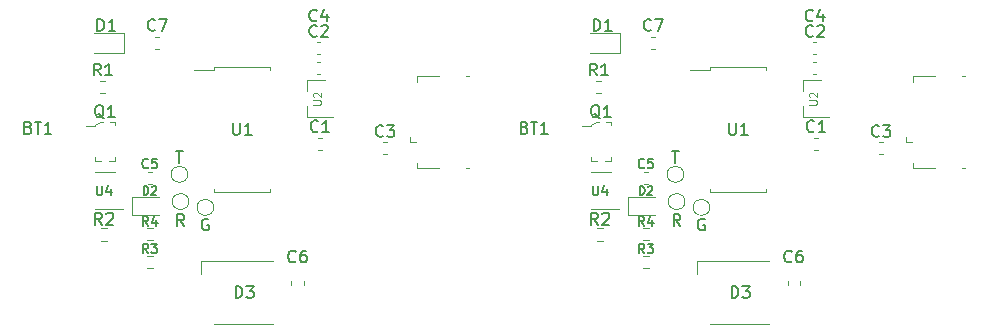
<source format=gbr>
%TF.GenerationSoftware,KiCad,Pcbnew,(5.1.8)-1*%
%TF.CreationDate,2020-11-25T19:34:47+08:00*%
%TF.ProjectId,The_Girls'Gift,5468655f-4769-4726-9c73-27476966742e,V0.8 Beta*%
%TF.SameCoordinates,Original*%
%TF.FileFunction,Legend,Top*%
%TF.FilePolarity,Positive*%
%FSLAX46Y46*%
G04 Gerber Fmt 4.6, Leading zero omitted, Abs format (unit mm)*
G04 Created by KiCad (PCBNEW (5.1.8)-1) date 2020-11-25 19:34:47*
%MOMM*%
%LPD*%
G01*
G04 APERTURE LIST*
%ADD10C,0.120000*%
%ADD11C,0.100000*%
%ADD12C,0.150000*%
%ADD13C,0.110000*%
G04 APERTURE END LIST*
D10*
%TO.C,C2*%
X213640580Y-75810000D02*
X213359420Y-75810000D01*
X213640580Y-74790000D02*
X213359420Y-74790000D01*
%TO.C,C3*%
X218959420Y-81590000D02*
X219240580Y-81590000D01*
X218959420Y-82610000D02*
X219240580Y-82610000D01*
%TO.C,C4*%
X213359420Y-73090000D02*
X213640580Y-73090000D01*
X213359420Y-74110000D02*
X213640580Y-74110000D01*
%TO.C,C5*%
X199059420Y-84090000D02*
X199340580Y-84090000D01*
X199059420Y-85110000D02*
X199340580Y-85110000D01*
%TO.C,C6*%
X212210000Y-93359420D02*
X212210000Y-93640580D01*
X211190000Y-93359420D02*
X211190000Y-93640580D01*
%TO.C,C1*%
X213459420Y-81190000D02*
X213740580Y-81190000D01*
X213459420Y-82210000D02*
X213740580Y-82210000D01*
%TO.C,C7*%
X199940580Y-73710000D02*
X199659420Y-73710000D01*
X199940580Y-72690000D02*
X199659420Y-72690000D01*
%TO.C,R1*%
X194962742Y-76377500D02*
X195437258Y-76377500D01*
X194962742Y-77422500D02*
X195437258Y-77422500D01*
%TO.C,R4*%
X198962742Y-91177500D02*
X199437258Y-91177500D01*
X198962742Y-92222500D02*
X199437258Y-92222500D01*
%TO.C,R3*%
X199437258Y-89882500D02*
X198962742Y-89882500D01*
X199437258Y-88837500D02*
X198962742Y-88837500D01*
%TO.C,D1*%
X197000000Y-74050000D02*
X194450000Y-74050000D01*
X197000000Y-72350000D02*
X194450000Y-72350000D01*
X197000000Y-74050000D02*
X197000000Y-72350000D01*
%TO.C,U2*%
X212540000Y-76320000D02*
X212540000Y-77250000D01*
X212540000Y-79480000D02*
X212540000Y-78550000D01*
X212540000Y-79480000D02*
X214700000Y-79480000D01*
X212540000Y-76320000D02*
X214000000Y-76320000D01*
%TO.C,D2*%
X200000000Y-86245000D02*
X197715000Y-86245000D01*
X197715000Y-86245000D02*
X197715000Y-87715000D01*
X197715000Y-87715000D02*
X200000000Y-87715000D01*
%TO.C,D3*%
X203500000Y-91600000D02*
X209600000Y-91600000D01*
X203500000Y-92700000D02*
X203500000Y-91600000D01*
X209600000Y-97000000D02*
X204600000Y-97000000D01*
D11*
%TO.C,Q1*%
X195225000Y-79850000D02*
X194950000Y-79850000D01*
X194950000Y-79850000D02*
X194575000Y-80125000D01*
X194575000Y-80125000D02*
X194575000Y-80175000D01*
X194575000Y-80175000D02*
X193800000Y-80175000D01*
X195050000Y-83150000D02*
X194575000Y-83150000D01*
X194575000Y-83150000D02*
X194575000Y-82800000D01*
X196225000Y-82925000D02*
X196225000Y-82800000D01*
X196225000Y-82850000D02*
X196225000Y-83150000D01*
X196225000Y-83150000D02*
X195775000Y-83150000D01*
X195850000Y-79850000D02*
X196225000Y-79850000D01*
X196225000Y-79850000D02*
X196225000Y-80150000D01*
D10*
%TO.C,R2*%
X195537258Y-89922500D02*
X195062742Y-89922500D01*
X195537258Y-88877500D02*
X195062742Y-88877500D01*
%TO.C,U1*%
X207000000Y-85760000D02*
X209385000Y-85760000D01*
X209385000Y-85760000D02*
X209385000Y-85505000D01*
X207000000Y-85760000D02*
X204615000Y-85760000D01*
X204615000Y-85760000D02*
X204615000Y-85505000D01*
X207000000Y-75240000D02*
X209385000Y-75240000D01*
X209385000Y-75240000D02*
X209385000Y-75495000D01*
X207000000Y-75240000D02*
X204615000Y-75240000D01*
X204615000Y-75240000D02*
X204615000Y-75495000D01*
X204615000Y-75495000D02*
X202950000Y-75495000D01*
%TO.C,U4*%
X196280000Y-84140000D02*
X194520000Y-84140000D01*
X194520000Y-87210000D02*
X196950000Y-87210000D01*
%TO.C,G*%
X204600000Y-87100000D02*
G75*
G03*
X204600000Y-87100000I-700000J0D01*
G01*
%TO.C,J1*%
X221250000Y-81600000D02*
X221700000Y-81600000D01*
X221250000Y-81600000D02*
X221250000Y-81150000D01*
X221800000Y-76000000D02*
X221800000Y-76450000D01*
X223650000Y-76000000D02*
X221800000Y-76000000D01*
X226200000Y-83800000D02*
X225950000Y-83800000D01*
X226200000Y-76000000D02*
X225950000Y-76000000D01*
X223650000Y-83800000D02*
X221800000Y-83800000D01*
X221800000Y-83800000D02*
X221800000Y-83350000D01*
%TO.C,T*%
X202400000Y-84300000D02*
G75*
G03*
X202400000Y-84300000I-700000J0D01*
G01*
%TO.C,R*%
X202500000Y-86600000D02*
G75*
G03*
X202500000Y-86600000I-700000J0D01*
G01*
%TO.C,T*%
X160400000Y-84300000D02*
G75*
G03*
X160400000Y-84300000I-700000J0D01*
G01*
%TO.C,G*%
X162600000Y-87100000D02*
G75*
G03*
X162600000Y-87100000I-700000J0D01*
G01*
%TO.C,R*%
X160500000Y-86600000D02*
G75*
G03*
X160500000Y-86600000I-700000J0D01*
G01*
%TO.C,J1*%
X179800000Y-83800000D02*
X179800000Y-83350000D01*
X181650000Y-83800000D02*
X179800000Y-83800000D01*
X184200000Y-76000000D02*
X183950000Y-76000000D01*
X184200000Y-83800000D02*
X183950000Y-83800000D01*
X181650000Y-76000000D02*
X179800000Y-76000000D01*
X179800000Y-76000000D02*
X179800000Y-76450000D01*
X179250000Y-81600000D02*
X179250000Y-81150000D01*
X179250000Y-81600000D02*
X179700000Y-81600000D01*
%TO.C,U2*%
X170540000Y-76320000D02*
X172000000Y-76320000D01*
X170540000Y-79480000D02*
X172700000Y-79480000D01*
X170540000Y-79480000D02*
X170540000Y-78550000D01*
X170540000Y-76320000D02*
X170540000Y-77250000D01*
%TO.C,D1*%
X155000000Y-74050000D02*
X155000000Y-72350000D01*
X155000000Y-72350000D02*
X152450000Y-72350000D01*
X155000000Y-74050000D02*
X152450000Y-74050000D01*
%TO.C,U4*%
X152520000Y-87210000D02*
X154950000Y-87210000D01*
X154280000Y-84140000D02*
X152520000Y-84140000D01*
%TO.C,U1*%
X162615000Y-75495000D02*
X160950000Y-75495000D01*
X162615000Y-75240000D02*
X162615000Y-75495000D01*
X165000000Y-75240000D02*
X162615000Y-75240000D01*
X167385000Y-75240000D02*
X167385000Y-75495000D01*
X165000000Y-75240000D02*
X167385000Y-75240000D01*
X162615000Y-85760000D02*
X162615000Y-85505000D01*
X165000000Y-85760000D02*
X162615000Y-85760000D01*
X167385000Y-85760000D02*
X167385000Y-85505000D01*
X165000000Y-85760000D02*
X167385000Y-85760000D01*
%TO.C,R4*%
X156962742Y-92222500D02*
X157437258Y-92222500D01*
X156962742Y-91177500D02*
X157437258Y-91177500D01*
%TO.C,R3*%
X157437258Y-88837500D02*
X156962742Y-88837500D01*
X157437258Y-89882500D02*
X156962742Y-89882500D01*
%TO.C,R2*%
X153537258Y-88877500D02*
X153062742Y-88877500D01*
X153537258Y-89922500D02*
X153062742Y-89922500D01*
%TO.C,R1*%
X152962742Y-77422500D02*
X153437258Y-77422500D01*
X152962742Y-76377500D02*
X153437258Y-76377500D01*
D11*
%TO.C,Q1*%
X154225000Y-79850000D02*
X154225000Y-80150000D01*
X153850000Y-79850000D02*
X154225000Y-79850000D01*
X154225000Y-83150000D02*
X153775000Y-83150000D01*
X154225000Y-82850000D02*
X154225000Y-83150000D01*
X154225000Y-82925000D02*
X154225000Y-82800000D01*
X152575000Y-83150000D02*
X152575000Y-82800000D01*
X153050000Y-83150000D02*
X152575000Y-83150000D01*
X152575000Y-80175000D02*
X151800000Y-80175000D01*
X152575000Y-80125000D02*
X152575000Y-80175000D01*
X152950000Y-79850000D02*
X152575000Y-80125000D01*
X153225000Y-79850000D02*
X152950000Y-79850000D01*
D10*
%TO.C,D3*%
X167600000Y-97000000D02*
X162600000Y-97000000D01*
X161500000Y-92700000D02*
X161500000Y-91600000D01*
X161500000Y-91600000D02*
X167600000Y-91600000D01*
%TO.C,D2*%
X155715000Y-87715000D02*
X158000000Y-87715000D01*
X155715000Y-86245000D02*
X155715000Y-87715000D01*
X158000000Y-86245000D02*
X155715000Y-86245000D01*
%TO.C,C7*%
X157940580Y-72690000D02*
X157659420Y-72690000D01*
X157940580Y-73710000D02*
X157659420Y-73710000D01*
%TO.C,C6*%
X169190000Y-93359420D02*
X169190000Y-93640580D01*
X170210000Y-93359420D02*
X170210000Y-93640580D01*
%TO.C,C5*%
X157059420Y-85110000D02*
X157340580Y-85110000D01*
X157059420Y-84090000D02*
X157340580Y-84090000D01*
%TO.C,C4*%
X171359420Y-74110000D02*
X171640580Y-74110000D01*
X171359420Y-73090000D02*
X171640580Y-73090000D01*
%TO.C,C3*%
X176959420Y-82610000D02*
X177240580Y-82610000D01*
X176959420Y-81590000D02*
X177240580Y-81590000D01*
%TO.C,C2*%
X171640580Y-74790000D02*
X171359420Y-74790000D01*
X171640580Y-75810000D02*
X171359420Y-75810000D01*
%TO.C,C1*%
X171459420Y-82210000D02*
X171740580Y-82210000D01*
X171459420Y-81190000D02*
X171740580Y-81190000D01*
%TO.C,C2*%
D12*
X213333333Y-72557142D02*
X213285714Y-72604761D01*
X213142857Y-72652380D01*
X213047619Y-72652380D01*
X212904761Y-72604761D01*
X212809523Y-72509523D01*
X212761904Y-72414285D01*
X212714285Y-72223809D01*
X212714285Y-72080952D01*
X212761904Y-71890476D01*
X212809523Y-71795238D01*
X212904761Y-71700000D01*
X213047619Y-71652380D01*
X213142857Y-71652380D01*
X213285714Y-71700000D01*
X213333333Y-71747619D01*
X213714285Y-71747619D02*
X213761904Y-71700000D01*
X213857142Y-71652380D01*
X214095238Y-71652380D01*
X214190476Y-71700000D01*
X214238095Y-71747619D01*
X214285714Y-71842857D01*
X214285714Y-71938095D01*
X214238095Y-72080952D01*
X213666666Y-72652380D01*
X214285714Y-72652380D01*
%TO.C,C3*%
X218933333Y-81027142D02*
X218885714Y-81074761D01*
X218742857Y-81122380D01*
X218647619Y-81122380D01*
X218504761Y-81074761D01*
X218409523Y-80979523D01*
X218361904Y-80884285D01*
X218314285Y-80693809D01*
X218314285Y-80550952D01*
X218361904Y-80360476D01*
X218409523Y-80265238D01*
X218504761Y-80170000D01*
X218647619Y-80122380D01*
X218742857Y-80122380D01*
X218885714Y-80170000D01*
X218933333Y-80217619D01*
X219266666Y-80122380D02*
X219885714Y-80122380D01*
X219552380Y-80503333D01*
X219695238Y-80503333D01*
X219790476Y-80550952D01*
X219838095Y-80598571D01*
X219885714Y-80693809D01*
X219885714Y-80931904D01*
X219838095Y-81027142D01*
X219790476Y-81074761D01*
X219695238Y-81122380D01*
X219409523Y-81122380D01*
X219314285Y-81074761D01*
X219266666Y-81027142D01*
%TO.C,C4*%
X213333333Y-71257142D02*
X213285714Y-71304761D01*
X213142857Y-71352380D01*
X213047619Y-71352380D01*
X212904761Y-71304761D01*
X212809523Y-71209523D01*
X212761904Y-71114285D01*
X212714285Y-70923809D01*
X212714285Y-70780952D01*
X212761904Y-70590476D01*
X212809523Y-70495238D01*
X212904761Y-70400000D01*
X213047619Y-70352380D01*
X213142857Y-70352380D01*
X213285714Y-70400000D01*
X213333333Y-70447619D01*
X214190476Y-70685714D02*
X214190476Y-71352380D01*
X213952380Y-70304761D02*
X213714285Y-71019047D01*
X214333333Y-71019047D01*
%TO.C,C5*%
X199066666Y-83685714D02*
X199028571Y-83723809D01*
X198914285Y-83761904D01*
X198838095Y-83761904D01*
X198723809Y-83723809D01*
X198647619Y-83647619D01*
X198609523Y-83571428D01*
X198571428Y-83419047D01*
X198571428Y-83304761D01*
X198609523Y-83152380D01*
X198647619Y-83076190D01*
X198723809Y-83000000D01*
X198838095Y-82961904D01*
X198914285Y-82961904D01*
X199028571Y-83000000D01*
X199066666Y-83038095D01*
X199790476Y-82961904D02*
X199409523Y-82961904D01*
X199371428Y-83342857D01*
X199409523Y-83304761D01*
X199485714Y-83266666D01*
X199676190Y-83266666D01*
X199752380Y-83304761D01*
X199790476Y-83342857D01*
X199828571Y-83419047D01*
X199828571Y-83609523D01*
X199790476Y-83685714D01*
X199752380Y-83723809D01*
X199676190Y-83761904D01*
X199485714Y-83761904D01*
X199409523Y-83723809D01*
X199371428Y-83685714D01*
%TO.C,C6*%
X211533333Y-91657142D02*
X211485714Y-91704761D01*
X211342857Y-91752380D01*
X211247619Y-91752380D01*
X211104761Y-91704761D01*
X211009523Y-91609523D01*
X210961904Y-91514285D01*
X210914285Y-91323809D01*
X210914285Y-91180952D01*
X210961904Y-90990476D01*
X211009523Y-90895238D01*
X211104761Y-90800000D01*
X211247619Y-90752380D01*
X211342857Y-90752380D01*
X211485714Y-90800000D01*
X211533333Y-90847619D01*
X212390476Y-90752380D02*
X212200000Y-90752380D01*
X212104761Y-90800000D01*
X212057142Y-90847619D01*
X211961904Y-90990476D01*
X211914285Y-91180952D01*
X211914285Y-91561904D01*
X211961904Y-91657142D01*
X212009523Y-91704761D01*
X212104761Y-91752380D01*
X212295238Y-91752380D01*
X212390476Y-91704761D01*
X212438095Y-91657142D01*
X212485714Y-91561904D01*
X212485714Y-91323809D01*
X212438095Y-91228571D01*
X212390476Y-91180952D01*
X212295238Y-91133333D01*
X212104761Y-91133333D01*
X212009523Y-91180952D01*
X211961904Y-91228571D01*
X211914285Y-91323809D01*
%TO.C,C1*%
X213433333Y-80627142D02*
X213385714Y-80674761D01*
X213242857Y-80722380D01*
X213147619Y-80722380D01*
X213004761Y-80674761D01*
X212909523Y-80579523D01*
X212861904Y-80484285D01*
X212814285Y-80293809D01*
X212814285Y-80150952D01*
X212861904Y-79960476D01*
X212909523Y-79865238D01*
X213004761Y-79770000D01*
X213147619Y-79722380D01*
X213242857Y-79722380D01*
X213385714Y-79770000D01*
X213433333Y-79817619D01*
X214385714Y-80722380D02*
X213814285Y-80722380D01*
X214100000Y-80722380D02*
X214100000Y-79722380D01*
X214004761Y-79865238D01*
X213909523Y-79960476D01*
X213814285Y-80008095D01*
%TO.C,C7*%
X199633333Y-72057142D02*
X199585714Y-72104761D01*
X199442857Y-72152380D01*
X199347619Y-72152380D01*
X199204761Y-72104761D01*
X199109523Y-72009523D01*
X199061904Y-71914285D01*
X199014285Y-71723809D01*
X199014285Y-71580952D01*
X199061904Y-71390476D01*
X199109523Y-71295238D01*
X199204761Y-71200000D01*
X199347619Y-71152380D01*
X199442857Y-71152380D01*
X199585714Y-71200000D01*
X199633333Y-71247619D01*
X199966666Y-71152380D02*
X200633333Y-71152380D01*
X200204761Y-72152380D01*
%TO.C,BT1*%
X188914285Y-80328571D02*
X189057142Y-80376190D01*
X189104761Y-80423809D01*
X189152380Y-80519047D01*
X189152380Y-80661904D01*
X189104761Y-80757142D01*
X189057142Y-80804761D01*
X188961904Y-80852380D01*
X188580952Y-80852380D01*
X188580952Y-79852380D01*
X188914285Y-79852380D01*
X189009523Y-79900000D01*
X189057142Y-79947619D01*
X189104761Y-80042857D01*
X189104761Y-80138095D01*
X189057142Y-80233333D01*
X189009523Y-80280952D01*
X188914285Y-80328571D01*
X188580952Y-80328571D01*
X189438095Y-79852380D02*
X190009523Y-79852380D01*
X189723809Y-80852380D02*
X189723809Y-79852380D01*
X190866666Y-80852380D02*
X190295238Y-80852380D01*
X190580952Y-80852380D02*
X190580952Y-79852380D01*
X190485714Y-79995238D01*
X190390476Y-80090476D01*
X190295238Y-80138095D01*
%TO.C,R1*%
X195033333Y-75922380D02*
X194700000Y-75446190D01*
X194461904Y-75922380D02*
X194461904Y-74922380D01*
X194842857Y-74922380D01*
X194938095Y-74970000D01*
X194985714Y-75017619D01*
X195033333Y-75112857D01*
X195033333Y-75255714D01*
X194985714Y-75350952D01*
X194938095Y-75398571D01*
X194842857Y-75446190D01*
X194461904Y-75446190D01*
X195985714Y-75922380D02*
X195414285Y-75922380D01*
X195700000Y-75922380D02*
X195700000Y-74922380D01*
X195604761Y-75065238D01*
X195509523Y-75160476D01*
X195414285Y-75208095D01*
%TO.C,R4*%
X199066666Y-88661904D02*
X198800000Y-88280952D01*
X198609523Y-88661904D02*
X198609523Y-87861904D01*
X198914285Y-87861904D01*
X198990476Y-87900000D01*
X199028571Y-87938095D01*
X199066666Y-88014285D01*
X199066666Y-88128571D01*
X199028571Y-88204761D01*
X198990476Y-88242857D01*
X198914285Y-88280952D01*
X198609523Y-88280952D01*
X199752380Y-88128571D02*
X199752380Y-88661904D01*
X199561904Y-87823809D02*
X199371428Y-88395238D01*
X199866666Y-88395238D01*
%TO.C,R3*%
X199066666Y-90961904D02*
X198800000Y-90580952D01*
X198609523Y-90961904D02*
X198609523Y-90161904D01*
X198914285Y-90161904D01*
X198990476Y-90200000D01*
X199028571Y-90238095D01*
X199066666Y-90314285D01*
X199066666Y-90428571D01*
X199028571Y-90504761D01*
X198990476Y-90542857D01*
X198914285Y-90580952D01*
X198609523Y-90580952D01*
X199333333Y-90161904D02*
X199828571Y-90161904D01*
X199561904Y-90466666D01*
X199676190Y-90466666D01*
X199752380Y-90504761D01*
X199790476Y-90542857D01*
X199828571Y-90619047D01*
X199828571Y-90809523D01*
X199790476Y-90885714D01*
X199752380Y-90923809D01*
X199676190Y-90961904D01*
X199447619Y-90961904D01*
X199371428Y-90923809D01*
X199333333Y-90885714D01*
%TO.C,D1*%
X194761904Y-72152380D02*
X194761904Y-71152380D01*
X195000000Y-71152380D01*
X195142857Y-71200000D01*
X195238095Y-71295238D01*
X195285714Y-71390476D01*
X195333333Y-71580952D01*
X195333333Y-71723809D01*
X195285714Y-71914285D01*
X195238095Y-72009523D01*
X195142857Y-72104761D01*
X195000000Y-72152380D01*
X194761904Y-72152380D01*
X196285714Y-72152380D02*
X195714285Y-72152380D01*
X196000000Y-72152380D02*
X196000000Y-71152380D01*
X195904761Y-71295238D01*
X195809523Y-71390476D01*
X195714285Y-71438095D01*
%TO.C,U2*%
D13*
X213044047Y-78395238D02*
X213570238Y-78395238D01*
X213632142Y-78364285D01*
X213663095Y-78333333D01*
X213694047Y-78271428D01*
X213694047Y-78147619D01*
X213663095Y-78085714D01*
X213632142Y-78054761D01*
X213570238Y-78023809D01*
X213044047Y-78023809D01*
X213105952Y-77745238D02*
X213075000Y-77714285D01*
X213044047Y-77652380D01*
X213044047Y-77497619D01*
X213075000Y-77435714D01*
X213105952Y-77404761D01*
X213167857Y-77373809D01*
X213229761Y-77373809D01*
X213322619Y-77404761D01*
X213694047Y-77776190D01*
X213694047Y-77373809D01*
%TO.C,D2*%
D12*
X198683333Y-86016666D02*
X198683333Y-85316666D01*
X198850000Y-85316666D01*
X198950000Y-85350000D01*
X199016666Y-85416666D01*
X199050000Y-85483333D01*
X199083333Y-85616666D01*
X199083333Y-85716666D01*
X199050000Y-85850000D01*
X199016666Y-85916666D01*
X198950000Y-85983333D01*
X198850000Y-86016666D01*
X198683333Y-86016666D01*
X199350000Y-85383333D02*
X199383333Y-85350000D01*
X199450000Y-85316666D01*
X199616666Y-85316666D01*
X199683333Y-85350000D01*
X199716666Y-85383333D01*
X199750000Y-85450000D01*
X199750000Y-85516666D01*
X199716666Y-85616666D01*
X199316666Y-86016666D01*
X199750000Y-86016666D01*
%TO.C,D3*%
X206461904Y-94752380D02*
X206461904Y-93752380D01*
X206700000Y-93752380D01*
X206842857Y-93800000D01*
X206938095Y-93895238D01*
X206985714Y-93990476D01*
X207033333Y-94180952D01*
X207033333Y-94323809D01*
X206985714Y-94514285D01*
X206938095Y-94609523D01*
X206842857Y-94704761D01*
X206700000Y-94752380D01*
X206461904Y-94752380D01*
X207366666Y-93752380D02*
X207985714Y-93752380D01*
X207652380Y-94133333D01*
X207795238Y-94133333D01*
X207890476Y-94180952D01*
X207938095Y-94228571D01*
X207985714Y-94323809D01*
X207985714Y-94561904D01*
X207938095Y-94657142D01*
X207890476Y-94704761D01*
X207795238Y-94752380D01*
X207509523Y-94752380D01*
X207414285Y-94704761D01*
X207366666Y-94657142D01*
%TO.C,Q1*%
X195304761Y-79547619D02*
X195209523Y-79500000D01*
X195114285Y-79404761D01*
X194971428Y-79261904D01*
X194876190Y-79214285D01*
X194780952Y-79214285D01*
X194828571Y-79452380D02*
X194733333Y-79404761D01*
X194638095Y-79309523D01*
X194590476Y-79119047D01*
X194590476Y-78785714D01*
X194638095Y-78595238D01*
X194733333Y-78500000D01*
X194828571Y-78452380D01*
X195019047Y-78452380D01*
X195114285Y-78500000D01*
X195209523Y-78595238D01*
X195257142Y-78785714D01*
X195257142Y-79119047D01*
X195209523Y-79309523D01*
X195114285Y-79404761D01*
X195019047Y-79452380D01*
X194828571Y-79452380D01*
X196209523Y-79452380D02*
X195638095Y-79452380D01*
X195923809Y-79452380D02*
X195923809Y-78452380D01*
X195828571Y-78595238D01*
X195733333Y-78690476D01*
X195638095Y-78738095D01*
%TO.C,R2*%
X195133333Y-88552380D02*
X194800000Y-88076190D01*
X194561904Y-88552380D02*
X194561904Y-87552380D01*
X194942857Y-87552380D01*
X195038095Y-87600000D01*
X195085714Y-87647619D01*
X195133333Y-87742857D01*
X195133333Y-87885714D01*
X195085714Y-87980952D01*
X195038095Y-88028571D01*
X194942857Y-88076190D01*
X194561904Y-88076190D01*
X195514285Y-87647619D02*
X195561904Y-87600000D01*
X195657142Y-87552380D01*
X195895238Y-87552380D01*
X195990476Y-87600000D01*
X196038095Y-87647619D01*
X196085714Y-87742857D01*
X196085714Y-87838095D01*
X196038095Y-87980952D01*
X195466666Y-88552380D01*
X196085714Y-88552380D01*
%TO.C,U1*%
X206238095Y-79952380D02*
X206238095Y-80761904D01*
X206285714Y-80857142D01*
X206333333Y-80904761D01*
X206428571Y-80952380D01*
X206619047Y-80952380D01*
X206714285Y-80904761D01*
X206761904Y-80857142D01*
X206809523Y-80761904D01*
X206809523Y-79952380D01*
X207809523Y-80952380D02*
X207238095Y-80952380D01*
X207523809Y-80952380D02*
X207523809Y-79952380D01*
X207428571Y-80095238D01*
X207333333Y-80190476D01*
X207238095Y-80238095D01*
%TO.C,U4*%
X194690476Y-85261904D02*
X194690476Y-85909523D01*
X194728571Y-85985714D01*
X194766666Y-86023809D01*
X194842857Y-86061904D01*
X194995238Y-86061904D01*
X195071428Y-86023809D01*
X195109523Y-85985714D01*
X195147619Y-85909523D01*
X195147619Y-85261904D01*
X195871428Y-85528571D02*
X195871428Y-86061904D01*
X195680952Y-85223809D02*
X195490476Y-85795238D01*
X195985714Y-85795238D01*
%TO.C,G*%
X204161904Y-88100000D02*
X204066666Y-88052380D01*
X203923809Y-88052380D01*
X203780952Y-88100000D01*
X203685714Y-88195238D01*
X203638095Y-88290476D01*
X203590476Y-88480952D01*
X203590476Y-88623809D01*
X203638095Y-88814285D01*
X203685714Y-88909523D01*
X203780952Y-89004761D01*
X203923809Y-89052380D01*
X204019047Y-89052380D01*
X204161904Y-89004761D01*
X204209523Y-88957142D01*
X204209523Y-88623809D01*
X204019047Y-88623809D01*
%TO.C,T*%
X201414285Y-82304380D02*
X201985714Y-82304380D01*
X201700000Y-83304380D02*
X201700000Y-82304380D01*
%TO.C,R*%
X202109523Y-88652380D02*
X201776190Y-88176190D01*
X201538095Y-88652380D02*
X201538095Y-87652380D01*
X201919047Y-87652380D01*
X202014285Y-87700000D01*
X202061904Y-87747619D01*
X202109523Y-87842857D01*
X202109523Y-87985714D01*
X202061904Y-88080952D01*
X202014285Y-88128571D01*
X201919047Y-88176190D01*
X201538095Y-88176190D01*
%TO.C,T*%
X159414285Y-82304380D02*
X159985714Y-82304380D01*
X159700000Y-83304380D02*
X159700000Y-82304380D01*
%TO.C,G*%
X162161904Y-88100000D02*
X162066666Y-88052380D01*
X161923809Y-88052380D01*
X161780952Y-88100000D01*
X161685714Y-88195238D01*
X161638095Y-88290476D01*
X161590476Y-88480952D01*
X161590476Y-88623809D01*
X161638095Y-88814285D01*
X161685714Y-88909523D01*
X161780952Y-89004761D01*
X161923809Y-89052380D01*
X162019047Y-89052380D01*
X162161904Y-89004761D01*
X162209523Y-88957142D01*
X162209523Y-88623809D01*
X162019047Y-88623809D01*
%TO.C,R*%
X160109523Y-88652380D02*
X159776190Y-88176190D01*
X159538095Y-88652380D02*
X159538095Y-87652380D01*
X159919047Y-87652380D01*
X160014285Y-87700000D01*
X160061904Y-87747619D01*
X160109523Y-87842857D01*
X160109523Y-87985714D01*
X160061904Y-88080952D01*
X160014285Y-88128571D01*
X159919047Y-88176190D01*
X159538095Y-88176190D01*
%TO.C,U2*%
D13*
X171044047Y-78395238D02*
X171570238Y-78395238D01*
X171632142Y-78364285D01*
X171663095Y-78333333D01*
X171694047Y-78271428D01*
X171694047Y-78147619D01*
X171663095Y-78085714D01*
X171632142Y-78054761D01*
X171570238Y-78023809D01*
X171044047Y-78023809D01*
X171105952Y-77745238D02*
X171075000Y-77714285D01*
X171044047Y-77652380D01*
X171044047Y-77497619D01*
X171075000Y-77435714D01*
X171105952Y-77404761D01*
X171167857Y-77373809D01*
X171229761Y-77373809D01*
X171322619Y-77404761D01*
X171694047Y-77776190D01*
X171694047Y-77373809D01*
%TO.C,D1*%
D12*
X152761904Y-72152380D02*
X152761904Y-71152380D01*
X153000000Y-71152380D01*
X153142857Y-71200000D01*
X153238095Y-71295238D01*
X153285714Y-71390476D01*
X153333333Y-71580952D01*
X153333333Y-71723809D01*
X153285714Y-71914285D01*
X153238095Y-72009523D01*
X153142857Y-72104761D01*
X153000000Y-72152380D01*
X152761904Y-72152380D01*
X154285714Y-72152380D02*
X153714285Y-72152380D01*
X154000000Y-72152380D02*
X154000000Y-71152380D01*
X153904761Y-71295238D01*
X153809523Y-71390476D01*
X153714285Y-71438095D01*
%TO.C,U4*%
X152690476Y-85261904D02*
X152690476Y-85909523D01*
X152728571Y-85985714D01*
X152766666Y-86023809D01*
X152842857Y-86061904D01*
X152995238Y-86061904D01*
X153071428Y-86023809D01*
X153109523Y-85985714D01*
X153147619Y-85909523D01*
X153147619Y-85261904D01*
X153871428Y-85528571D02*
X153871428Y-86061904D01*
X153680952Y-85223809D02*
X153490476Y-85795238D01*
X153985714Y-85795238D01*
%TO.C,U1*%
X164238095Y-79952380D02*
X164238095Y-80761904D01*
X164285714Y-80857142D01*
X164333333Y-80904761D01*
X164428571Y-80952380D01*
X164619047Y-80952380D01*
X164714285Y-80904761D01*
X164761904Y-80857142D01*
X164809523Y-80761904D01*
X164809523Y-79952380D01*
X165809523Y-80952380D02*
X165238095Y-80952380D01*
X165523809Y-80952380D02*
X165523809Y-79952380D01*
X165428571Y-80095238D01*
X165333333Y-80190476D01*
X165238095Y-80238095D01*
%TO.C,R4*%
X157066666Y-88661904D02*
X156800000Y-88280952D01*
X156609523Y-88661904D02*
X156609523Y-87861904D01*
X156914285Y-87861904D01*
X156990476Y-87900000D01*
X157028571Y-87938095D01*
X157066666Y-88014285D01*
X157066666Y-88128571D01*
X157028571Y-88204761D01*
X156990476Y-88242857D01*
X156914285Y-88280952D01*
X156609523Y-88280952D01*
X157752380Y-88128571D02*
X157752380Y-88661904D01*
X157561904Y-87823809D02*
X157371428Y-88395238D01*
X157866666Y-88395238D01*
%TO.C,R3*%
X157066666Y-90961904D02*
X156800000Y-90580952D01*
X156609523Y-90961904D02*
X156609523Y-90161904D01*
X156914285Y-90161904D01*
X156990476Y-90200000D01*
X157028571Y-90238095D01*
X157066666Y-90314285D01*
X157066666Y-90428571D01*
X157028571Y-90504761D01*
X156990476Y-90542857D01*
X156914285Y-90580952D01*
X156609523Y-90580952D01*
X157333333Y-90161904D02*
X157828571Y-90161904D01*
X157561904Y-90466666D01*
X157676190Y-90466666D01*
X157752380Y-90504761D01*
X157790476Y-90542857D01*
X157828571Y-90619047D01*
X157828571Y-90809523D01*
X157790476Y-90885714D01*
X157752380Y-90923809D01*
X157676190Y-90961904D01*
X157447619Y-90961904D01*
X157371428Y-90923809D01*
X157333333Y-90885714D01*
%TO.C,R2*%
X153133333Y-88552380D02*
X152800000Y-88076190D01*
X152561904Y-88552380D02*
X152561904Y-87552380D01*
X152942857Y-87552380D01*
X153038095Y-87600000D01*
X153085714Y-87647619D01*
X153133333Y-87742857D01*
X153133333Y-87885714D01*
X153085714Y-87980952D01*
X153038095Y-88028571D01*
X152942857Y-88076190D01*
X152561904Y-88076190D01*
X153514285Y-87647619D02*
X153561904Y-87600000D01*
X153657142Y-87552380D01*
X153895238Y-87552380D01*
X153990476Y-87600000D01*
X154038095Y-87647619D01*
X154085714Y-87742857D01*
X154085714Y-87838095D01*
X154038095Y-87980952D01*
X153466666Y-88552380D01*
X154085714Y-88552380D01*
%TO.C,R1*%
X153033333Y-75922380D02*
X152700000Y-75446190D01*
X152461904Y-75922380D02*
X152461904Y-74922380D01*
X152842857Y-74922380D01*
X152938095Y-74970000D01*
X152985714Y-75017619D01*
X153033333Y-75112857D01*
X153033333Y-75255714D01*
X152985714Y-75350952D01*
X152938095Y-75398571D01*
X152842857Y-75446190D01*
X152461904Y-75446190D01*
X153985714Y-75922380D02*
X153414285Y-75922380D01*
X153700000Y-75922380D02*
X153700000Y-74922380D01*
X153604761Y-75065238D01*
X153509523Y-75160476D01*
X153414285Y-75208095D01*
%TO.C,Q1*%
X153304761Y-79547619D02*
X153209523Y-79500000D01*
X153114285Y-79404761D01*
X152971428Y-79261904D01*
X152876190Y-79214285D01*
X152780952Y-79214285D01*
X152828571Y-79452380D02*
X152733333Y-79404761D01*
X152638095Y-79309523D01*
X152590476Y-79119047D01*
X152590476Y-78785714D01*
X152638095Y-78595238D01*
X152733333Y-78500000D01*
X152828571Y-78452380D01*
X153019047Y-78452380D01*
X153114285Y-78500000D01*
X153209523Y-78595238D01*
X153257142Y-78785714D01*
X153257142Y-79119047D01*
X153209523Y-79309523D01*
X153114285Y-79404761D01*
X153019047Y-79452380D01*
X152828571Y-79452380D01*
X154209523Y-79452380D02*
X153638095Y-79452380D01*
X153923809Y-79452380D02*
X153923809Y-78452380D01*
X153828571Y-78595238D01*
X153733333Y-78690476D01*
X153638095Y-78738095D01*
%TO.C,D3*%
X164461904Y-94752380D02*
X164461904Y-93752380D01*
X164700000Y-93752380D01*
X164842857Y-93800000D01*
X164938095Y-93895238D01*
X164985714Y-93990476D01*
X165033333Y-94180952D01*
X165033333Y-94323809D01*
X164985714Y-94514285D01*
X164938095Y-94609523D01*
X164842857Y-94704761D01*
X164700000Y-94752380D01*
X164461904Y-94752380D01*
X165366666Y-93752380D02*
X165985714Y-93752380D01*
X165652380Y-94133333D01*
X165795238Y-94133333D01*
X165890476Y-94180952D01*
X165938095Y-94228571D01*
X165985714Y-94323809D01*
X165985714Y-94561904D01*
X165938095Y-94657142D01*
X165890476Y-94704761D01*
X165795238Y-94752380D01*
X165509523Y-94752380D01*
X165414285Y-94704761D01*
X165366666Y-94657142D01*
%TO.C,D2*%
X156683333Y-86016666D02*
X156683333Y-85316666D01*
X156850000Y-85316666D01*
X156950000Y-85350000D01*
X157016666Y-85416666D01*
X157050000Y-85483333D01*
X157083333Y-85616666D01*
X157083333Y-85716666D01*
X157050000Y-85850000D01*
X157016666Y-85916666D01*
X156950000Y-85983333D01*
X156850000Y-86016666D01*
X156683333Y-86016666D01*
X157350000Y-85383333D02*
X157383333Y-85350000D01*
X157450000Y-85316666D01*
X157616666Y-85316666D01*
X157683333Y-85350000D01*
X157716666Y-85383333D01*
X157750000Y-85450000D01*
X157750000Y-85516666D01*
X157716666Y-85616666D01*
X157316666Y-86016666D01*
X157750000Y-86016666D01*
%TO.C,C7*%
X157633333Y-72057142D02*
X157585714Y-72104761D01*
X157442857Y-72152380D01*
X157347619Y-72152380D01*
X157204761Y-72104761D01*
X157109523Y-72009523D01*
X157061904Y-71914285D01*
X157014285Y-71723809D01*
X157014285Y-71580952D01*
X157061904Y-71390476D01*
X157109523Y-71295238D01*
X157204761Y-71200000D01*
X157347619Y-71152380D01*
X157442857Y-71152380D01*
X157585714Y-71200000D01*
X157633333Y-71247619D01*
X157966666Y-71152380D02*
X158633333Y-71152380D01*
X158204761Y-72152380D01*
%TO.C,C6*%
X169533333Y-91657142D02*
X169485714Y-91704761D01*
X169342857Y-91752380D01*
X169247619Y-91752380D01*
X169104761Y-91704761D01*
X169009523Y-91609523D01*
X168961904Y-91514285D01*
X168914285Y-91323809D01*
X168914285Y-91180952D01*
X168961904Y-90990476D01*
X169009523Y-90895238D01*
X169104761Y-90800000D01*
X169247619Y-90752380D01*
X169342857Y-90752380D01*
X169485714Y-90800000D01*
X169533333Y-90847619D01*
X170390476Y-90752380D02*
X170200000Y-90752380D01*
X170104761Y-90800000D01*
X170057142Y-90847619D01*
X169961904Y-90990476D01*
X169914285Y-91180952D01*
X169914285Y-91561904D01*
X169961904Y-91657142D01*
X170009523Y-91704761D01*
X170104761Y-91752380D01*
X170295238Y-91752380D01*
X170390476Y-91704761D01*
X170438095Y-91657142D01*
X170485714Y-91561904D01*
X170485714Y-91323809D01*
X170438095Y-91228571D01*
X170390476Y-91180952D01*
X170295238Y-91133333D01*
X170104761Y-91133333D01*
X170009523Y-91180952D01*
X169961904Y-91228571D01*
X169914285Y-91323809D01*
%TO.C,C5*%
X157066666Y-83685714D02*
X157028571Y-83723809D01*
X156914285Y-83761904D01*
X156838095Y-83761904D01*
X156723809Y-83723809D01*
X156647619Y-83647619D01*
X156609523Y-83571428D01*
X156571428Y-83419047D01*
X156571428Y-83304761D01*
X156609523Y-83152380D01*
X156647619Y-83076190D01*
X156723809Y-83000000D01*
X156838095Y-82961904D01*
X156914285Y-82961904D01*
X157028571Y-83000000D01*
X157066666Y-83038095D01*
X157790476Y-82961904D02*
X157409523Y-82961904D01*
X157371428Y-83342857D01*
X157409523Y-83304761D01*
X157485714Y-83266666D01*
X157676190Y-83266666D01*
X157752380Y-83304761D01*
X157790476Y-83342857D01*
X157828571Y-83419047D01*
X157828571Y-83609523D01*
X157790476Y-83685714D01*
X157752380Y-83723809D01*
X157676190Y-83761904D01*
X157485714Y-83761904D01*
X157409523Y-83723809D01*
X157371428Y-83685714D01*
%TO.C,C4*%
X171333333Y-71257142D02*
X171285714Y-71304761D01*
X171142857Y-71352380D01*
X171047619Y-71352380D01*
X170904761Y-71304761D01*
X170809523Y-71209523D01*
X170761904Y-71114285D01*
X170714285Y-70923809D01*
X170714285Y-70780952D01*
X170761904Y-70590476D01*
X170809523Y-70495238D01*
X170904761Y-70400000D01*
X171047619Y-70352380D01*
X171142857Y-70352380D01*
X171285714Y-70400000D01*
X171333333Y-70447619D01*
X172190476Y-70685714D02*
X172190476Y-71352380D01*
X171952380Y-70304761D02*
X171714285Y-71019047D01*
X172333333Y-71019047D01*
%TO.C,C3*%
X176933333Y-81027142D02*
X176885714Y-81074761D01*
X176742857Y-81122380D01*
X176647619Y-81122380D01*
X176504761Y-81074761D01*
X176409523Y-80979523D01*
X176361904Y-80884285D01*
X176314285Y-80693809D01*
X176314285Y-80550952D01*
X176361904Y-80360476D01*
X176409523Y-80265238D01*
X176504761Y-80170000D01*
X176647619Y-80122380D01*
X176742857Y-80122380D01*
X176885714Y-80170000D01*
X176933333Y-80217619D01*
X177266666Y-80122380D02*
X177885714Y-80122380D01*
X177552380Y-80503333D01*
X177695238Y-80503333D01*
X177790476Y-80550952D01*
X177838095Y-80598571D01*
X177885714Y-80693809D01*
X177885714Y-80931904D01*
X177838095Y-81027142D01*
X177790476Y-81074761D01*
X177695238Y-81122380D01*
X177409523Y-81122380D01*
X177314285Y-81074761D01*
X177266666Y-81027142D01*
%TO.C,C2*%
X171333333Y-72557142D02*
X171285714Y-72604761D01*
X171142857Y-72652380D01*
X171047619Y-72652380D01*
X170904761Y-72604761D01*
X170809523Y-72509523D01*
X170761904Y-72414285D01*
X170714285Y-72223809D01*
X170714285Y-72080952D01*
X170761904Y-71890476D01*
X170809523Y-71795238D01*
X170904761Y-71700000D01*
X171047619Y-71652380D01*
X171142857Y-71652380D01*
X171285714Y-71700000D01*
X171333333Y-71747619D01*
X171714285Y-71747619D02*
X171761904Y-71700000D01*
X171857142Y-71652380D01*
X172095238Y-71652380D01*
X172190476Y-71700000D01*
X172238095Y-71747619D01*
X172285714Y-71842857D01*
X172285714Y-71938095D01*
X172238095Y-72080952D01*
X171666666Y-72652380D01*
X172285714Y-72652380D01*
%TO.C,C1*%
X171433333Y-80627142D02*
X171385714Y-80674761D01*
X171242857Y-80722380D01*
X171147619Y-80722380D01*
X171004761Y-80674761D01*
X170909523Y-80579523D01*
X170861904Y-80484285D01*
X170814285Y-80293809D01*
X170814285Y-80150952D01*
X170861904Y-79960476D01*
X170909523Y-79865238D01*
X171004761Y-79770000D01*
X171147619Y-79722380D01*
X171242857Y-79722380D01*
X171385714Y-79770000D01*
X171433333Y-79817619D01*
X172385714Y-80722380D02*
X171814285Y-80722380D01*
X172100000Y-80722380D02*
X172100000Y-79722380D01*
X172004761Y-79865238D01*
X171909523Y-79960476D01*
X171814285Y-80008095D01*
%TO.C,BT1*%
X146914285Y-80328571D02*
X147057142Y-80376190D01*
X147104761Y-80423809D01*
X147152380Y-80519047D01*
X147152380Y-80661904D01*
X147104761Y-80757142D01*
X147057142Y-80804761D01*
X146961904Y-80852380D01*
X146580952Y-80852380D01*
X146580952Y-79852380D01*
X146914285Y-79852380D01*
X147009523Y-79900000D01*
X147057142Y-79947619D01*
X147104761Y-80042857D01*
X147104761Y-80138095D01*
X147057142Y-80233333D01*
X147009523Y-80280952D01*
X146914285Y-80328571D01*
X146580952Y-80328571D01*
X147438095Y-79852380D02*
X148009523Y-79852380D01*
X147723809Y-80852380D02*
X147723809Y-79852380D01*
X148866666Y-80852380D02*
X148295238Y-80852380D01*
X148580952Y-80852380D02*
X148580952Y-79852380D01*
X148485714Y-79995238D01*
X148390476Y-80090476D01*
X148295238Y-80138095D01*
%TD*%
M02*

</source>
